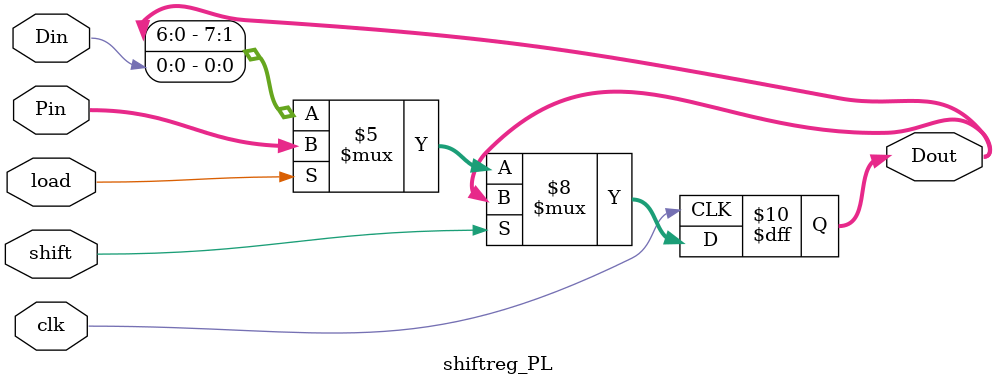
<source format=v>
module shiftreg_PL #(parameter N = 8) (clk, shift, load, Din, Pin, Dout);
input clk, shift, load;
input Din;             // Serial input for shift left
input [N-1:0] Pin;     // Parallel input
output reg [N-1:0] Dout;

always @(posedge clk)
begin
    if (shift == 1'b1)                // No change
        Dout <= Dout;
    else if (load == 1'b1)            // Parallel load
        Dout <= Pin;
    else                              // Shift left
        Dout <= {Dout[N-2:0], Din};
end
endmodule

</source>
